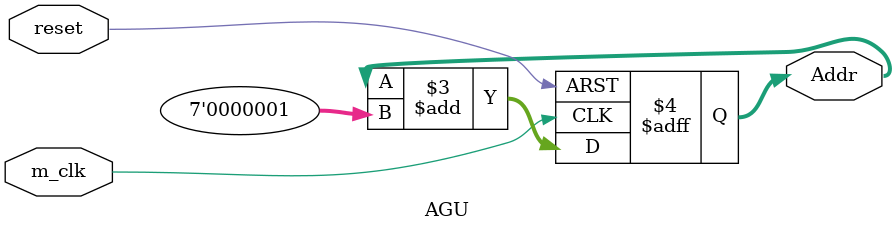
<source format=v>
module AGU(reset,m_clk,Addr);
input reset,m_clk;
output [6:0]Addr;
reg [6:0]Addr;
always@(posedge m_clk or negedge reset)
begin
	if(reset==1'b0) 
	Addr <=7'd0;
	else 
	Addr <=Addr+7'd1;		
end
endmodule

</source>
